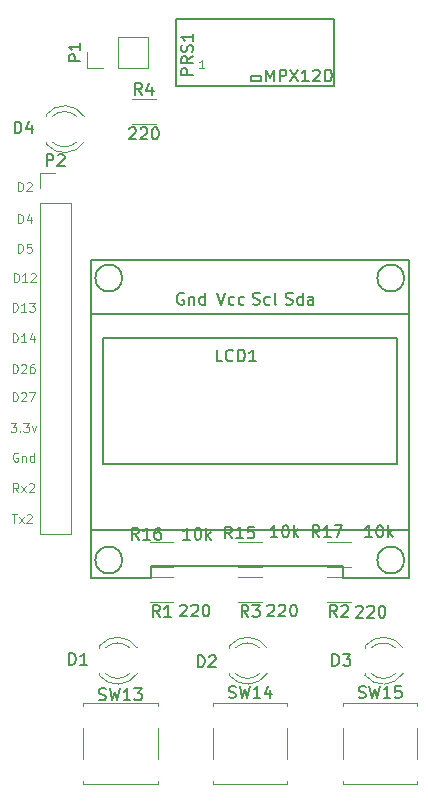
<source format=gto>
G04 #@! TF.FileFunction,Legend,Top*
%FSLAX46Y46*%
G04 Gerber Fmt 4.6, Leading zero omitted, Abs format (unit mm)*
G04 Created by KiCad (PCBNEW 4.0.4-stable) date 10/08/17 18:19:30*
%MOMM*%
%LPD*%
G01*
G04 APERTURE LIST*
%ADD10C,0.100000*%
%ADD11C,0.120000*%
%ADD12C,0.150000*%
G04 APERTURE END LIST*
D10*
X118346428Y-90239286D02*
X118346428Y-89489286D01*
X118525000Y-89489286D01*
X118632143Y-89525000D01*
X118703571Y-89596429D01*
X118739286Y-89667857D01*
X118775000Y-89810714D01*
X118775000Y-89917857D01*
X118739286Y-90060714D01*
X118703571Y-90132143D01*
X118632143Y-90203571D01*
X118525000Y-90239286D01*
X118346428Y-90239286D01*
X119060714Y-89560714D02*
X119096428Y-89525000D01*
X119167857Y-89489286D01*
X119346428Y-89489286D01*
X119417857Y-89525000D01*
X119453571Y-89560714D01*
X119489286Y-89632143D01*
X119489286Y-89703571D01*
X119453571Y-89810714D01*
X119025000Y-90239286D01*
X119489286Y-90239286D01*
X118346428Y-92939286D02*
X118346428Y-92189286D01*
X118525000Y-92189286D01*
X118632143Y-92225000D01*
X118703571Y-92296429D01*
X118739286Y-92367857D01*
X118775000Y-92510714D01*
X118775000Y-92617857D01*
X118739286Y-92760714D01*
X118703571Y-92832143D01*
X118632143Y-92903571D01*
X118525000Y-92939286D01*
X118346428Y-92939286D01*
X119417857Y-92439286D02*
X119417857Y-92939286D01*
X119239286Y-92153571D02*
X119060714Y-92689286D01*
X119525000Y-92689286D01*
X118346428Y-95439286D02*
X118346428Y-94689286D01*
X118525000Y-94689286D01*
X118632143Y-94725000D01*
X118703571Y-94796429D01*
X118739286Y-94867857D01*
X118775000Y-95010714D01*
X118775000Y-95117857D01*
X118739286Y-95260714D01*
X118703571Y-95332143D01*
X118632143Y-95403571D01*
X118525000Y-95439286D01*
X118346428Y-95439286D01*
X119453571Y-94689286D02*
X119096428Y-94689286D01*
X119060714Y-95046429D01*
X119096428Y-95010714D01*
X119167857Y-94975000D01*
X119346428Y-94975000D01*
X119417857Y-95010714D01*
X119453571Y-95046429D01*
X119489286Y-95117857D01*
X119489286Y-95296429D01*
X119453571Y-95367857D01*
X119417857Y-95403571D01*
X119346428Y-95439286D01*
X119167857Y-95439286D01*
X119096428Y-95403571D01*
X119060714Y-95367857D01*
X117989285Y-97939286D02*
X117989285Y-97189286D01*
X118167857Y-97189286D01*
X118275000Y-97225000D01*
X118346428Y-97296429D01*
X118382143Y-97367857D01*
X118417857Y-97510714D01*
X118417857Y-97617857D01*
X118382143Y-97760714D01*
X118346428Y-97832143D01*
X118275000Y-97903571D01*
X118167857Y-97939286D01*
X117989285Y-97939286D01*
X119132143Y-97939286D02*
X118703571Y-97939286D01*
X118917857Y-97939286D02*
X118917857Y-97189286D01*
X118846428Y-97296429D01*
X118775000Y-97367857D01*
X118703571Y-97403571D01*
X119417857Y-97260714D02*
X119453571Y-97225000D01*
X119525000Y-97189286D01*
X119703571Y-97189286D01*
X119775000Y-97225000D01*
X119810714Y-97260714D01*
X119846429Y-97332143D01*
X119846429Y-97403571D01*
X119810714Y-97510714D01*
X119382143Y-97939286D01*
X119846429Y-97939286D01*
X117889285Y-100439286D02*
X117889285Y-99689286D01*
X118067857Y-99689286D01*
X118175000Y-99725000D01*
X118246428Y-99796429D01*
X118282143Y-99867857D01*
X118317857Y-100010714D01*
X118317857Y-100117857D01*
X118282143Y-100260714D01*
X118246428Y-100332143D01*
X118175000Y-100403571D01*
X118067857Y-100439286D01*
X117889285Y-100439286D01*
X119032143Y-100439286D02*
X118603571Y-100439286D01*
X118817857Y-100439286D02*
X118817857Y-99689286D01*
X118746428Y-99796429D01*
X118675000Y-99867857D01*
X118603571Y-99903571D01*
X119282143Y-99689286D02*
X119746429Y-99689286D01*
X119496429Y-99975000D01*
X119603571Y-99975000D01*
X119675000Y-100010714D01*
X119710714Y-100046429D01*
X119746429Y-100117857D01*
X119746429Y-100296429D01*
X119710714Y-100367857D01*
X119675000Y-100403571D01*
X119603571Y-100439286D01*
X119389286Y-100439286D01*
X119317857Y-100403571D01*
X119282143Y-100367857D01*
X117889285Y-103039286D02*
X117889285Y-102289286D01*
X118067857Y-102289286D01*
X118175000Y-102325000D01*
X118246428Y-102396429D01*
X118282143Y-102467857D01*
X118317857Y-102610714D01*
X118317857Y-102717857D01*
X118282143Y-102860714D01*
X118246428Y-102932143D01*
X118175000Y-103003571D01*
X118067857Y-103039286D01*
X117889285Y-103039286D01*
X119032143Y-103039286D02*
X118603571Y-103039286D01*
X118817857Y-103039286D02*
X118817857Y-102289286D01*
X118746428Y-102396429D01*
X118675000Y-102467857D01*
X118603571Y-102503571D01*
X119675000Y-102539286D02*
X119675000Y-103039286D01*
X119496429Y-102253571D02*
X119317857Y-102789286D01*
X119782143Y-102789286D01*
X117889285Y-105639286D02*
X117889285Y-104889286D01*
X118067857Y-104889286D01*
X118175000Y-104925000D01*
X118246428Y-104996429D01*
X118282143Y-105067857D01*
X118317857Y-105210714D01*
X118317857Y-105317857D01*
X118282143Y-105460714D01*
X118246428Y-105532143D01*
X118175000Y-105603571D01*
X118067857Y-105639286D01*
X117889285Y-105639286D01*
X118603571Y-104960714D02*
X118639285Y-104925000D01*
X118710714Y-104889286D01*
X118889285Y-104889286D01*
X118960714Y-104925000D01*
X118996428Y-104960714D01*
X119032143Y-105032143D01*
X119032143Y-105103571D01*
X118996428Y-105210714D01*
X118567857Y-105639286D01*
X119032143Y-105639286D01*
X119675000Y-104889286D02*
X119532143Y-104889286D01*
X119460714Y-104925000D01*
X119425000Y-104960714D01*
X119353571Y-105067857D01*
X119317857Y-105210714D01*
X119317857Y-105496429D01*
X119353571Y-105567857D01*
X119389286Y-105603571D01*
X119460714Y-105639286D01*
X119603571Y-105639286D01*
X119675000Y-105603571D01*
X119710714Y-105567857D01*
X119746429Y-105496429D01*
X119746429Y-105317857D01*
X119710714Y-105246429D01*
X119675000Y-105210714D01*
X119603571Y-105175000D01*
X119460714Y-105175000D01*
X119389286Y-105210714D01*
X119353571Y-105246429D01*
X119317857Y-105317857D01*
X117889285Y-108039286D02*
X117889285Y-107289286D01*
X118067857Y-107289286D01*
X118175000Y-107325000D01*
X118246428Y-107396429D01*
X118282143Y-107467857D01*
X118317857Y-107610714D01*
X118317857Y-107717857D01*
X118282143Y-107860714D01*
X118246428Y-107932143D01*
X118175000Y-108003571D01*
X118067857Y-108039286D01*
X117889285Y-108039286D01*
X118603571Y-107360714D02*
X118639285Y-107325000D01*
X118710714Y-107289286D01*
X118889285Y-107289286D01*
X118960714Y-107325000D01*
X118996428Y-107360714D01*
X119032143Y-107432143D01*
X119032143Y-107503571D01*
X118996428Y-107610714D01*
X118567857Y-108039286D01*
X119032143Y-108039286D01*
X119282143Y-107289286D02*
X119782143Y-107289286D01*
X119460714Y-108039286D01*
X117728571Y-109889286D02*
X118192857Y-109889286D01*
X117942857Y-110175000D01*
X118049999Y-110175000D01*
X118121428Y-110210714D01*
X118157142Y-110246429D01*
X118192857Y-110317857D01*
X118192857Y-110496429D01*
X118157142Y-110567857D01*
X118121428Y-110603571D01*
X118049999Y-110639286D01*
X117835714Y-110639286D01*
X117764285Y-110603571D01*
X117728571Y-110567857D01*
X118514285Y-110567857D02*
X118550000Y-110603571D01*
X118514285Y-110639286D01*
X118478571Y-110603571D01*
X118514285Y-110567857D01*
X118514285Y-110639286D01*
X118800000Y-109889286D02*
X119264286Y-109889286D01*
X119014286Y-110175000D01*
X119121428Y-110175000D01*
X119192857Y-110210714D01*
X119228571Y-110246429D01*
X119264286Y-110317857D01*
X119264286Y-110496429D01*
X119228571Y-110567857D01*
X119192857Y-110603571D01*
X119121428Y-110639286D01*
X118907143Y-110639286D01*
X118835714Y-110603571D01*
X118800000Y-110567857D01*
X119514286Y-110139286D02*
X119692857Y-110639286D01*
X119871429Y-110139286D01*
X118317858Y-112425000D02*
X118246429Y-112389286D01*
X118139286Y-112389286D01*
X118032143Y-112425000D01*
X117960715Y-112496429D01*
X117925000Y-112567857D01*
X117889286Y-112710714D01*
X117889286Y-112817857D01*
X117925000Y-112960714D01*
X117960715Y-113032143D01*
X118032143Y-113103571D01*
X118139286Y-113139286D01*
X118210715Y-113139286D01*
X118317858Y-113103571D01*
X118353572Y-113067857D01*
X118353572Y-112817857D01*
X118210715Y-112817857D01*
X118675000Y-112639286D02*
X118675000Y-113139286D01*
X118675000Y-112710714D02*
X118710715Y-112675000D01*
X118782143Y-112639286D01*
X118889286Y-112639286D01*
X118960715Y-112675000D01*
X118996429Y-112746429D01*
X118996429Y-113139286D01*
X119675000Y-113139286D02*
X119675000Y-112389286D01*
X119675000Y-113103571D02*
X119603571Y-113139286D01*
X119460714Y-113139286D01*
X119389286Y-113103571D01*
X119353571Y-113067857D01*
X119317857Y-112996429D01*
X119317857Y-112782143D01*
X119353571Y-112710714D01*
X119389286Y-112675000D01*
X119460714Y-112639286D01*
X119603571Y-112639286D01*
X119675000Y-112675000D01*
X118371429Y-115739286D02*
X118121429Y-115382143D01*
X117942857Y-115739286D02*
X117942857Y-114989286D01*
X118228572Y-114989286D01*
X118300000Y-115025000D01*
X118335715Y-115060714D01*
X118371429Y-115132143D01*
X118371429Y-115239286D01*
X118335715Y-115310714D01*
X118300000Y-115346429D01*
X118228572Y-115382143D01*
X117942857Y-115382143D01*
X118621429Y-115739286D02*
X119014286Y-115239286D01*
X118621429Y-115239286D02*
X119014286Y-115739286D01*
X119264286Y-115060714D02*
X119300000Y-115025000D01*
X119371429Y-114989286D01*
X119550000Y-114989286D01*
X119621429Y-115025000D01*
X119657143Y-115060714D01*
X119692858Y-115132143D01*
X119692858Y-115203571D01*
X119657143Y-115310714D01*
X119228572Y-115739286D01*
X119692858Y-115739286D01*
X117825000Y-117589286D02*
X118253571Y-117589286D01*
X118039285Y-118339286D02*
X118039285Y-117589286D01*
X118432143Y-118339286D02*
X118825000Y-117839286D01*
X118432143Y-117839286D02*
X118825000Y-118339286D01*
X119075000Y-117660714D02*
X119110714Y-117625000D01*
X119182143Y-117589286D01*
X119360714Y-117589286D01*
X119432143Y-117625000D01*
X119467857Y-117660714D01*
X119503572Y-117732143D01*
X119503572Y-117803571D01*
X119467857Y-117910714D01*
X119039286Y-118339286D01*
X119503572Y-118339286D01*
D11*
X128442335Y-128921392D02*
G75*
G03X125210000Y-128764484I-1672335J-1078608D01*
G01*
X128442335Y-131078608D02*
G75*
G02X125210000Y-131235516I-1672335J1078608D01*
G01*
X127811130Y-128920163D02*
G75*
G03X125729039Y-128920000I-1041130J-1079837D01*
G01*
X127811130Y-131079837D02*
G75*
G02X125729039Y-131080000I-1041130J1079837D01*
G01*
X125210000Y-128764000D02*
X125210000Y-128920000D01*
X125210000Y-131080000D02*
X125210000Y-131236000D01*
X139442335Y-128921392D02*
G75*
G03X136210000Y-128764484I-1672335J-1078608D01*
G01*
X139442335Y-131078608D02*
G75*
G02X136210000Y-131235516I-1672335J1078608D01*
G01*
X138811130Y-128920163D02*
G75*
G03X136729039Y-128920000I-1041130J-1079837D01*
G01*
X138811130Y-131079837D02*
G75*
G02X136729039Y-131080000I-1041130J1079837D01*
G01*
X136210000Y-128764000D02*
X136210000Y-128920000D01*
X136210000Y-131080000D02*
X136210000Y-131236000D01*
X150942335Y-128921392D02*
G75*
G03X147710000Y-128764484I-1672335J-1078608D01*
G01*
X150942335Y-131078608D02*
G75*
G02X147710000Y-131235516I-1672335J1078608D01*
G01*
X150311130Y-128920163D02*
G75*
G03X148229039Y-128920000I-1041130J-1079837D01*
G01*
X150311130Y-131079837D02*
G75*
G02X148229039Y-131080000I-1041130J1079837D01*
G01*
X147710000Y-128764000D02*
X147710000Y-128920000D01*
X147710000Y-131080000D02*
X147710000Y-131236000D01*
X123942335Y-83921392D02*
G75*
G03X120710000Y-83764484I-1672335J-1078608D01*
G01*
X123942335Y-86078608D02*
G75*
G02X120710000Y-86235516I-1672335J1078608D01*
G01*
X123311130Y-83920163D02*
G75*
G03X121229039Y-83920000I-1041130J-1079837D01*
G01*
X123311130Y-86079837D02*
G75*
G02X121229039Y-86080000I-1041130J1079837D01*
G01*
X120710000Y-83764000D02*
X120710000Y-83920000D01*
X120710000Y-86080000D02*
X120710000Y-86236000D01*
D12*
X145836000Y-123000000D02*
X151424000Y-123000000D01*
X124500000Y-123000000D02*
X129580000Y-123000000D01*
X129580000Y-123000000D02*
X129580000Y-121984000D01*
X129580000Y-121984000D02*
X145836000Y-121984000D01*
X145836000Y-121984000D02*
X145836000Y-123000000D01*
X125516000Y-102680000D02*
X150408000Y-102680000D01*
X150408000Y-102680000D02*
X150408000Y-113348000D01*
X150408000Y-113348000D02*
X125516000Y-113348000D01*
X125516000Y-113348000D02*
X125516000Y-102680000D01*
X124500000Y-100648000D02*
X151424000Y-100648000D01*
X151424000Y-100648000D02*
X151424000Y-118936000D01*
X151424000Y-118936000D02*
X124500000Y-118936000D01*
X124500000Y-118936000D02*
X124500000Y-100648000D01*
X151035923Y-121476000D02*
G75*
G03X151035923Y-121476000I-1135923J0D01*
G01*
X127159923Y-121476000D02*
G75*
G03X127159923Y-121476000I-1135923J0D01*
G01*
X127159923Y-97600000D02*
G75*
G03X127159923Y-97600000I-1135923J0D01*
G01*
X151035923Y-97600000D02*
G75*
G03X151035923Y-97600000I-1135923J0D01*
G01*
X124500000Y-123000000D02*
X124500000Y-96076000D01*
X124500000Y-96076000D02*
X151424000Y-96076000D01*
X151424000Y-96076000D02*
X151424000Y-123000000D01*
D11*
X129500000Y-122930000D02*
X131500000Y-122930000D01*
X131500000Y-125070000D02*
X129500000Y-125070000D01*
X144500000Y-122930000D02*
X146500000Y-122930000D01*
X146500000Y-125070000D02*
X144500000Y-125070000D01*
X137000000Y-122930000D02*
X139000000Y-122930000D01*
X139000000Y-125070000D02*
X137000000Y-125070000D01*
X130000000Y-84570000D02*
X128000000Y-84570000D01*
X128000000Y-82430000D02*
X130000000Y-82430000D01*
X139000000Y-122070000D02*
X137000000Y-122070000D01*
X137000000Y-119930000D02*
X139000000Y-119930000D01*
X129500000Y-119930000D02*
X131500000Y-119930000D01*
X131500000Y-122070000D02*
X129500000Y-122070000D01*
X146500000Y-122070000D02*
X144500000Y-122070000D01*
X144500000Y-119930000D02*
X146500000Y-119930000D01*
X123850000Y-133800000D02*
X123850000Y-133550000D01*
X123850000Y-133550000D02*
X130150000Y-133550000D01*
X130150000Y-133550000D02*
X130150000Y-133800000D01*
X123850000Y-138300000D02*
X123850000Y-135700000D01*
X130150000Y-140200000D02*
X130150000Y-140450000D01*
X130150000Y-140450000D02*
X123850000Y-140450000D01*
X123850000Y-140450000D02*
X123850000Y-140200000D01*
X130150000Y-135700000D02*
X130150000Y-138300000D01*
X134850000Y-133800000D02*
X134850000Y-133550000D01*
X134850000Y-133550000D02*
X141150000Y-133550000D01*
X141150000Y-133550000D02*
X141150000Y-133800000D01*
X134850000Y-138300000D02*
X134850000Y-135700000D01*
X141150000Y-140200000D02*
X141150000Y-140450000D01*
X141150000Y-140450000D02*
X134850000Y-140450000D01*
X134850000Y-140450000D02*
X134850000Y-140200000D01*
X141150000Y-135700000D02*
X141150000Y-138300000D01*
X145850000Y-133800000D02*
X145850000Y-133550000D01*
X145850000Y-133550000D02*
X152150000Y-133550000D01*
X152150000Y-133550000D02*
X152150000Y-133800000D01*
X145850000Y-138300000D02*
X145850000Y-135700000D01*
X152150000Y-140200000D02*
X152150000Y-140450000D01*
X152150000Y-140450000D02*
X145850000Y-140450000D01*
X145850000Y-140450000D02*
X145850000Y-140200000D01*
X152150000Y-135700000D02*
X152150000Y-138300000D01*
D12*
X138100000Y-80500000D02*
X138900000Y-80500000D01*
X138900000Y-80500000D02*
X138900000Y-80900000D01*
X138900000Y-80900000D02*
X138100000Y-80900000D01*
X138100000Y-80900000D02*
X138100000Y-80500000D01*
X133500000Y-75700000D02*
X145100000Y-75700000D01*
X145100000Y-75700000D02*
X145100000Y-81300000D01*
X145100000Y-81300000D02*
X131700000Y-81300000D01*
X131700000Y-81300000D02*
X131700000Y-75700000D01*
X131700000Y-75700000D02*
X133500000Y-75700000D01*
D11*
X120170000Y-91270000D02*
X120170000Y-119270000D01*
X120170000Y-119270000D02*
X122830000Y-119270000D01*
X122830000Y-119270000D02*
X122830000Y-91270000D01*
X122830000Y-91270000D02*
X120170000Y-91270000D01*
X120170000Y-90000000D02*
X120170000Y-88670000D01*
X120170000Y-88670000D02*
X121500000Y-88670000D01*
X126770000Y-79830000D02*
X129370000Y-79830000D01*
X129370000Y-79830000D02*
X129370000Y-77170000D01*
X129370000Y-77170000D02*
X126770000Y-77170000D01*
X126770000Y-77170000D02*
X126770000Y-79830000D01*
X125500000Y-79830000D02*
X124170000Y-79830000D01*
X124170000Y-79830000D02*
X124170000Y-78500000D01*
D12*
X122661905Y-130352381D02*
X122661905Y-129352381D01*
X122900000Y-129352381D01*
X123042858Y-129400000D01*
X123138096Y-129495238D01*
X123185715Y-129590476D01*
X123233334Y-129780952D01*
X123233334Y-129923810D01*
X123185715Y-130114286D01*
X123138096Y-130209524D01*
X123042858Y-130304762D01*
X122900000Y-130352381D01*
X122661905Y-130352381D01*
X124185715Y-130352381D02*
X123614286Y-130352381D01*
X123900000Y-130352381D02*
X123900000Y-129352381D01*
X123804762Y-129495238D01*
X123709524Y-129590476D01*
X123614286Y-129638095D01*
X133561905Y-130552381D02*
X133561905Y-129552381D01*
X133800000Y-129552381D01*
X133942858Y-129600000D01*
X134038096Y-129695238D01*
X134085715Y-129790476D01*
X134133334Y-129980952D01*
X134133334Y-130123810D01*
X134085715Y-130314286D01*
X134038096Y-130409524D01*
X133942858Y-130504762D01*
X133800000Y-130552381D01*
X133561905Y-130552381D01*
X134514286Y-129647619D02*
X134561905Y-129600000D01*
X134657143Y-129552381D01*
X134895239Y-129552381D01*
X134990477Y-129600000D01*
X135038096Y-129647619D01*
X135085715Y-129742857D01*
X135085715Y-129838095D01*
X135038096Y-129980952D01*
X134466667Y-130552381D01*
X135085715Y-130552381D01*
X144961905Y-130452381D02*
X144961905Y-129452381D01*
X145200000Y-129452381D01*
X145342858Y-129500000D01*
X145438096Y-129595238D01*
X145485715Y-129690476D01*
X145533334Y-129880952D01*
X145533334Y-130023810D01*
X145485715Y-130214286D01*
X145438096Y-130309524D01*
X145342858Y-130404762D01*
X145200000Y-130452381D01*
X144961905Y-130452381D01*
X145866667Y-129452381D02*
X146485715Y-129452381D01*
X146152381Y-129833333D01*
X146295239Y-129833333D01*
X146390477Y-129880952D01*
X146438096Y-129928571D01*
X146485715Y-130023810D01*
X146485715Y-130261905D01*
X146438096Y-130357143D01*
X146390477Y-130404762D01*
X146295239Y-130452381D01*
X146009524Y-130452381D01*
X145914286Y-130404762D01*
X145866667Y-130357143D01*
X118061905Y-85352381D02*
X118061905Y-84352381D01*
X118300000Y-84352381D01*
X118442858Y-84400000D01*
X118538096Y-84495238D01*
X118585715Y-84590476D01*
X118633334Y-84780952D01*
X118633334Y-84923810D01*
X118585715Y-85114286D01*
X118538096Y-85209524D01*
X118442858Y-85304762D01*
X118300000Y-85352381D01*
X118061905Y-85352381D01*
X119490477Y-84685714D02*
X119490477Y-85352381D01*
X119252381Y-84304762D02*
X119014286Y-85019048D01*
X119633334Y-85019048D01*
X135633334Y-104652381D02*
X135157143Y-104652381D01*
X135157143Y-103652381D01*
X136538096Y-104557143D02*
X136490477Y-104604762D01*
X136347620Y-104652381D01*
X136252382Y-104652381D01*
X136109524Y-104604762D01*
X136014286Y-104509524D01*
X135966667Y-104414286D01*
X135919048Y-104223810D01*
X135919048Y-104080952D01*
X135966667Y-103890476D01*
X136014286Y-103795238D01*
X136109524Y-103700000D01*
X136252382Y-103652381D01*
X136347620Y-103652381D01*
X136490477Y-103700000D01*
X136538096Y-103747619D01*
X136966667Y-104652381D02*
X136966667Y-103652381D01*
X137204762Y-103652381D01*
X137347620Y-103700000D01*
X137442858Y-103795238D01*
X137490477Y-103890476D01*
X137538096Y-104080952D01*
X137538096Y-104223810D01*
X137490477Y-104414286D01*
X137442858Y-104509524D01*
X137347620Y-104604762D01*
X137204762Y-104652381D01*
X136966667Y-104652381D01*
X138490477Y-104652381D02*
X137919048Y-104652381D01*
X138204762Y-104652381D02*
X138204762Y-103652381D01*
X138109524Y-103795238D01*
X138014286Y-103890476D01*
X137919048Y-103938095D01*
X141009524Y-99804762D02*
X141152381Y-99852381D01*
X141390477Y-99852381D01*
X141485715Y-99804762D01*
X141533334Y-99757143D01*
X141580953Y-99661905D01*
X141580953Y-99566667D01*
X141533334Y-99471429D01*
X141485715Y-99423810D01*
X141390477Y-99376190D01*
X141200000Y-99328571D01*
X141104762Y-99280952D01*
X141057143Y-99233333D01*
X141009524Y-99138095D01*
X141009524Y-99042857D01*
X141057143Y-98947619D01*
X141104762Y-98900000D01*
X141200000Y-98852381D01*
X141438096Y-98852381D01*
X141580953Y-98900000D01*
X142438096Y-99852381D02*
X142438096Y-98852381D01*
X142438096Y-99804762D02*
X142342858Y-99852381D01*
X142152381Y-99852381D01*
X142057143Y-99804762D01*
X142009524Y-99757143D01*
X141961905Y-99661905D01*
X141961905Y-99376190D01*
X142009524Y-99280952D01*
X142057143Y-99233333D01*
X142152381Y-99185714D01*
X142342858Y-99185714D01*
X142438096Y-99233333D01*
X143342858Y-99852381D02*
X143342858Y-99328571D01*
X143295239Y-99233333D01*
X143200001Y-99185714D01*
X143009524Y-99185714D01*
X142914286Y-99233333D01*
X143342858Y-99804762D02*
X143247620Y-99852381D01*
X143009524Y-99852381D01*
X142914286Y-99804762D01*
X142866667Y-99709524D01*
X142866667Y-99614286D01*
X142914286Y-99519048D01*
X143009524Y-99471429D01*
X143247620Y-99471429D01*
X143342858Y-99423810D01*
X138223809Y-99804762D02*
X138366666Y-99852381D01*
X138604762Y-99852381D01*
X138700000Y-99804762D01*
X138747619Y-99757143D01*
X138795238Y-99661905D01*
X138795238Y-99566667D01*
X138747619Y-99471429D01*
X138700000Y-99423810D01*
X138604762Y-99376190D01*
X138414285Y-99328571D01*
X138319047Y-99280952D01*
X138271428Y-99233333D01*
X138223809Y-99138095D01*
X138223809Y-99042857D01*
X138271428Y-98947619D01*
X138319047Y-98900000D01*
X138414285Y-98852381D01*
X138652381Y-98852381D01*
X138795238Y-98900000D01*
X139652381Y-99804762D02*
X139557143Y-99852381D01*
X139366666Y-99852381D01*
X139271428Y-99804762D01*
X139223809Y-99757143D01*
X139176190Y-99661905D01*
X139176190Y-99376190D01*
X139223809Y-99280952D01*
X139271428Y-99233333D01*
X139366666Y-99185714D01*
X139557143Y-99185714D01*
X139652381Y-99233333D01*
X140223809Y-99852381D02*
X140128571Y-99804762D01*
X140080952Y-99709524D01*
X140080952Y-98852381D01*
X135209524Y-98852381D02*
X135542857Y-99852381D01*
X135876191Y-98852381D01*
X136638096Y-99804762D02*
X136542858Y-99852381D01*
X136352381Y-99852381D01*
X136257143Y-99804762D01*
X136209524Y-99757143D01*
X136161905Y-99661905D01*
X136161905Y-99376190D01*
X136209524Y-99280952D01*
X136257143Y-99233333D01*
X136352381Y-99185714D01*
X136542858Y-99185714D01*
X136638096Y-99233333D01*
X137495239Y-99804762D02*
X137400001Y-99852381D01*
X137209524Y-99852381D01*
X137114286Y-99804762D01*
X137066667Y-99757143D01*
X137019048Y-99661905D01*
X137019048Y-99376190D01*
X137066667Y-99280952D01*
X137114286Y-99233333D01*
X137209524Y-99185714D01*
X137400001Y-99185714D01*
X137495239Y-99233333D01*
X132357143Y-98900000D02*
X132261905Y-98852381D01*
X132119048Y-98852381D01*
X131976190Y-98900000D01*
X131880952Y-98995238D01*
X131833333Y-99090476D01*
X131785714Y-99280952D01*
X131785714Y-99423810D01*
X131833333Y-99614286D01*
X131880952Y-99709524D01*
X131976190Y-99804762D01*
X132119048Y-99852381D01*
X132214286Y-99852381D01*
X132357143Y-99804762D01*
X132404762Y-99757143D01*
X132404762Y-99423810D01*
X132214286Y-99423810D01*
X132833333Y-99185714D02*
X132833333Y-99852381D01*
X132833333Y-99280952D02*
X132880952Y-99233333D01*
X132976190Y-99185714D01*
X133119048Y-99185714D01*
X133214286Y-99233333D01*
X133261905Y-99328571D01*
X133261905Y-99852381D01*
X134166667Y-99852381D02*
X134166667Y-98852381D01*
X134166667Y-99804762D02*
X134071429Y-99852381D01*
X133880952Y-99852381D01*
X133785714Y-99804762D01*
X133738095Y-99757143D01*
X133690476Y-99661905D01*
X133690476Y-99376190D01*
X133738095Y-99280952D01*
X133785714Y-99233333D01*
X133880952Y-99185714D01*
X134071429Y-99185714D01*
X134166667Y-99233333D01*
X130333334Y-126302381D02*
X130000000Y-125826190D01*
X129761905Y-126302381D02*
X129761905Y-125302381D01*
X130142858Y-125302381D01*
X130238096Y-125350000D01*
X130285715Y-125397619D01*
X130333334Y-125492857D01*
X130333334Y-125635714D01*
X130285715Y-125730952D01*
X130238096Y-125778571D01*
X130142858Y-125826190D01*
X129761905Y-125826190D01*
X131285715Y-126302381D02*
X130714286Y-126302381D01*
X131000000Y-126302381D02*
X131000000Y-125302381D01*
X130904762Y-125445238D01*
X130809524Y-125540476D01*
X130714286Y-125588095D01*
X132061905Y-125347619D02*
X132109524Y-125300000D01*
X132204762Y-125252381D01*
X132442858Y-125252381D01*
X132538096Y-125300000D01*
X132585715Y-125347619D01*
X132633334Y-125442857D01*
X132633334Y-125538095D01*
X132585715Y-125680952D01*
X132014286Y-126252381D01*
X132633334Y-126252381D01*
X133014286Y-125347619D02*
X133061905Y-125300000D01*
X133157143Y-125252381D01*
X133395239Y-125252381D01*
X133490477Y-125300000D01*
X133538096Y-125347619D01*
X133585715Y-125442857D01*
X133585715Y-125538095D01*
X133538096Y-125680952D01*
X132966667Y-126252381D01*
X133585715Y-126252381D01*
X134204762Y-125252381D02*
X134300001Y-125252381D01*
X134395239Y-125300000D01*
X134442858Y-125347619D01*
X134490477Y-125442857D01*
X134538096Y-125633333D01*
X134538096Y-125871429D01*
X134490477Y-126061905D01*
X134442858Y-126157143D01*
X134395239Y-126204762D01*
X134300001Y-126252381D01*
X134204762Y-126252381D01*
X134109524Y-126204762D01*
X134061905Y-126157143D01*
X134014286Y-126061905D01*
X133966667Y-125871429D01*
X133966667Y-125633333D01*
X134014286Y-125442857D01*
X134061905Y-125347619D01*
X134109524Y-125300000D01*
X134204762Y-125252381D01*
X145333334Y-126302381D02*
X145000000Y-125826190D01*
X144761905Y-126302381D02*
X144761905Y-125302381D01*
X145142858Y-125302381D01*
X145238096Y-125350000D01*
X145285715Y-125397619D01*
X145333334Y-125492857D01*
X145333334Y-125635714D01*
X145285715Y-125730952D01*
X145238096Y-125778571D01*
X145142858Y-125826190D01*
X144761905Y-125826190D01*
X145714286Y-125397619D02*
X145761905Y-125350000D01*
X145857143Y-125302381D01*
X146095239Y-125302381D01*
X146190477Y-125350000D01*
X146238096Y-125397619D01*
X146285715Y-125492857D01*
X146285715Y-125588095D01*
X146238096Y-125730952D01*
X145666667Y-126302381D01*
X146285715Y-126302381D01*
X146961905Y-125447619D02*
X147009524Y-125400000D01*
X147104762Y-125352381D01*
X147342858Y-125352381D01*
X147438096Y-125400000D01*
X147485715Y-125447619D01*
X147533334Y-125542857D01*
X147533334Y-125638095D01*
X147485715Y-125780952D01*
X146914286Y-126352381D01*
X147533334Y-126352381D01*
X147914286Y-125447619D02*
X147961905Y-125400000D01*
X148057143Y-125352381D01*
X148295239Y-125352381D01*
X148390477Y-125400000D01*
X148438096Y-125447619D01*
X148485715Y-125542857D01*
X148485715Y-125638095D01*
X148438096Y-125780952D01*
X147866667Y-126352381D01*
X148485715Y-126352381D01*
X149104762Y-125352381D02*
X149200001Y-125352381D01*
X149295239Y-125400000D01*
X149342858Y-125447619D01*
X149390477Y-125542857D01*
X149438096Y-125733333D01*
X149438096Y-125971429D01*
X149390477Y-126161905D01*
X149342858Y-126257143D01*
X149295239Y-126304762D01*
X149200001Y-126352381D01*
X149104762Y-126352381D01*
X149009524Y-126304762D01*
X148961905Y-126257143D01*
X148914286Y-126161905D01*
X148866667Y-125971429D01*
X148866667Y-125733333D01*
X148914286Y-125542857D01*
X148961905Y-125447619D01*
X149009524Y-125400000D01*
X149104762Y-125352381D01*
X137833334Y-126302381D02*
X137500000Y-125826190D01*
X137261905Y-126302381D02*
X137261905Y-125302381D01*
X137642858Y-125302381D01*
X137738096Y-125350000D01*
X137785715Y-125397619D01*
X137833334Y-125492857D01*
X137833334Y-125635714D01*
X137785715Y-125730952D01*
X137738096Y-125778571D01*
X137642858Y-125826190D01*
X137261905Y-125826190D01*
X138166667Y-125302381D02*
X138785715Y-125302381D01*
X138452381Y-125683333D01*
X138595239Y-125683333D01*
X138690477Y-125730952D01*
X138738096Y-125778571D01*
X138785715Y-125873810D01*
X138785715Y-126111905D01*
X138738096Y-126207143D01*
X138690477Y-126254762D01*
X138595239Y-126302381D01*
X138309524Y-126302381D01*
X138214286Y-126254762D01*
X138166667Y-126207143D01*
X139461905Y-125347619D02*
X139509524Y-125300000D01*
X139604762Y-125252381D01*
X139842858Y-125252381D01*
X139938096Y-125300000D01*
X139985715Y-125347619D01*
X140033334Y-125442857D01*
X140033334Y-125538095D01*
X139985715Y-125680952D01*
X139414286Y-126252381D01*
X140033334Y-126252381D01*
X140414286Y-125347619D02*
X140461905Y-125300000D01*
X140557143Y-125252381D01*
X140795239Y-125252381D01*
X140890477Y-125300000D01*
X140938096Y-125347619D01*
X140985715Y-125442857D01*
X140985715Y-125538095D01*
X140938096Y-125680952D01*
X140366667Y-126252381D01*
X140985715Y-126252381D01*
X141604762Y-125252381D02*
X141700001Y-125252381D01*
X141795239Y-125300000D01*
X141842858Y-125347619D01*
X141890477Y-125442857D01*
X141938096Y-125633333D01*
X141938096Y-125871429D01*
X141890477Y-126061905D01*
X141842858Y-126157143D01*
X141795239Y-126204762D01*
X141700001Y-126252381D01*
X141604762Y-126252381D01*
X141509524Y-126204762D01*
X141461905Y-126157143D01*
X141414286Y-126061905D01*
X141366667Y-125871429D01*
X141366667Y-125633333D01*
X141414286Y-125442857D01*
X141461905Y-125347619D01*
X141509524Y-125300000D01*
X141604762Y-125252381D01*
X128833334Y-82102381D02*
X128500000Y-81626190D01*
X128261905Y-82102381D02*
X128261905Y-81102381D01*
X128642858Y-81102381D01*
X128738096Y-81150000D01*
X128785715Y-81197619D01*
X128833334Y-81292857D01*
X128833334Y-81435714D01*
X128785715Y-81530952D01*
X128738096Y-81578571D01*
X128642858Y-81626190D01*
X128261905Y-81626190D01*
X129690477Y-81435714D02*
X129690477Y-82102381D01*
X129452381Y-81054762D02*
X129214286Y-81769048D01*
X129833334Y-81769048D01*
X127761905Y-84947619D02*
X127809524Y-84900000D01*
X127904762Y-84852381D01*
X128142858Y-84852381D01*
X128238096Y-84900000D01*
X128285715Y-84947619D01*
X128333334Y-85042857D01*
X128333334Y-85138095D01*
X128285715Y-85280952D01*
X127714286Y-85852381D01*
X128333334Y-85852381D01*
X128714286Y-84947619D02*
X128761905Y-84900000D01*
X128857143Y-84852381D01*
X129095239Y-84852381D01*
X129190477Y-84900000D01*
X129238096Y-84947619D01*
X129285715Y-85042857D01*
X129285715Y-85138095D01*
X129238096Y-85280952D01*
X128666667Y-85852381D01*
X129285715Y-85852381D01*
X129904762Y-84852381D02*
X130000001Y-84852381D01*
X130095239Y-84900000D01*
X130142858Y-84947619D01*
X130190477Y-85042857D01*
X130238096Y-85233333D01*
X130238096Y-85471429D01*
X130190477Y-85661905D01*
X130142858Y-85757143D01*
X130095239Y-85804762D01*
X130000001Y-85852381D01*
X129904762Y-85852381D01*
X129809524Y-85804762D01*
X129761905Y-85757143D01*
X129714286Y-85661905D01*
X129666667Y-85471429D01*
X129666667Y-85233333D01*
X129714286Y-85042857D01*
X129761905Y-84947619D01*
X129809524Y-84900000D01*
X129904762Y-84852381D01*
X136457143Y-119652381D02*
X136123809Y-119176190D01*
X135885714Y-119652381D02*
X135885714Y-118652381D01*
X136266667Y-118652381D01*
X136361905Y-118700000D01*
X136409524Y-118747619D01*
X136457143Y-118842857D01*
X136457143Y-118985714D01*
X136409524Y-119080952D01*
X136361905Y-119128571D01*
X136266667Y-119176190D01*
X135885714Y-119176190D01*
X137409524Y-119652381D02*
X136838095Y-119652381D01*
X137123809Y-119652381D02*
X137123809Y-118652381D01*
X137028571Y-118795238D01*
X136933333Y-118890476D01*
X136838095Y-118938095D01*
X138314286Y-118652381D02*
X137838095Y-118652381D01*
X137790476Y-119128571D01*
X137838095Y-119080952D01*
X137933333Y-119033333D01*
X138171429Y-119033333D01*
X138266667Y-119080952D01*
X138314286Y-119128571D01*
X138361905Y-119223810D01*
X138361905Y-119461905D01*
X138314286Y-119557143D01*
X138266667Y-119604762D01*
X138171429Y-119652381D01*
X137933333Y-119652381D01*
X137838095Y-119604762D01*
X137790476Y-119557143D01*
X140304762Y-119552381D02*
X139733333Y-119552381D01*
X140019047Y-119552381D02*
X140019047Y-118552381D01*
X139923809Y-118695238D01*
X139828571Y-118790476D01*
X139733333Y-118838095D01*
X140923809Y-118552381D02*
X141019048Y-118552381D01*
X141114286Y-118600000D01*
X141161905Y-118647619D01*
X141209524Y-118742857D01*
X141257143Y-118933333D01*
X141257143Y-119171429D01*
X141209524Y-119361905D01*
X141161905Y-119457143D01*
X141114286Y-119504762D01*
X141019048Y-119552381D01*
X140923809Y-119552381D01*
X140828571Y-119504762D01*
X140780952Y-119457143D01*
X140733333Y-119361905D01*
X140685714Y-119171429D01*
X140685714Y-118933333D01*
X140733333Y-118742857D01*
X140780952Y-118647619D01*
X140828571Y-118600000D01*
X140923809Y-118552381D01*
X141685714Y-119552381D02*
X141685714Y-118552381D01*
X141780952Y-119171429D02*
X142066667Y-119552381D01*
X142066667Y-118885714D02*
X141685714Y-119266667D01*
X128557143Y-119752381D02*
X128223809Y-119276190D01*
X127985714Y-119752381D02*
X127985714Y-118752381D01*
X128366667Y-118752381D01*
X128461905Y-118800000D01*
X128509524Y-118847619D01*
X128557143Y-118942857D01*
X128557143Y-119085714D01*
X128509524Y-119180952D01*
X128461905Y-119228571D01*
X128366667Y-119276190D01*
X127985714Y-119276190D01*
X129509524Y-119752381D02*
X128938095Y-119752381D01*
X129223809Y-119752381D02*
X129223809Y-118752381D01*
X129128571Y-118895238D01*
X129033333Y-118990476D01*
X128938095Y-119038095D01*
X130366667Y-118752381D02*
X130176190Y-118752381D01*
X130080952Y-118800000D01*
X130033333Y-118847619D01*
X129938095Y-118990476D01*
X129890476Y-119180952D01*
X129890476Y-119561905D01*
X129938095Y-119657143D01*
X129985714Y-119704762D01*
X130080952Y-119752381D01*
X130271429Y-119752381D01*
X130366667Y-119704762D01*
X130414286Y-119657143D01*
X130461905Y-119561905D01*
X130461905Y-119323810D01*
X130414286Y-119228571D01*
X130366667Y-119180952D01*
X130271429Y-119133333D01*
X130080952Y-119133333D01*
X129985714Y-119180952D01*
X129938095Y-119228571D01*
X129890476Y-119323810D01*
X132904762Y-119752381D02*
X132333333Y-119752381D01*
X132619047Y-119752381D02*
X132619047Y-118752381D01*
X132523809Y-118895238D01*
X132428571Y-118990476D01*
X132333333Y-119038095D01*
X133523809Y-118752381D02*
X133619048Y-118752381D01*
X133714286Y-118800000D01*
X133761905Y-118847619D01*
X133809524Y-118942857D01*
X133857143Y-119133333D01*
X133857143Y-119371429D01*
X133809524Y-119561905D01*
X133761905Y-119657143D01*
X133714286Y-119704762D01*
X133619048Y-119752381D01*
X133523809Y-119752381D01*
X133428571Y-119704762D01*
X133380952Y-119657143D01*
X133333333Y-119561905D01*
X133285714Y-119371429D01*
X133285714Y-119133333D01*
X133333333Y-118942857D01*
X133380952Y-118847619D01*
X133428571Y-118800000D01*
X133523809Y-118752381D01*
X134285714Y-119752381D02*
X134285714Y-118752381D01*
X134380952Y-119371429D02*
X134666667Y-119752381D01*
X134666667Y-119085714D02*
X134285714Y-119466667D01*
X143857143Y-119552381D02*
X143523809Y-119076190D01*
X143285714Y-119552381D02*
X143285714Y-118552381D01*
X143666667Y-118552381D01*
X143761905Y-118600000D01*
X143809524Y-118647619D01*
X143857143Y-118742857D01*
X143857143Y-118885714D01*
X143809524Y-118980952D01*
X143761905Y-119028571D01*
X143666667Y-119076190D01*
X143285714Y-119076190D01*
X144809524Y-119552381D02*
X144238095Y-119552381D01*
X144523809Y-119552381D02*
X144523809Y-118552381D01*
X144428571Y-118695238D01*
X144333333Y-118790476D01*
X144238095Y-118838095D01*
X145142857Y-118552381D02*
X145809524Y-118552381D01*
X145380952Y-119552381D01*
X148304762Y-119552381D02*
X147733333Y-119552381D01*
X148019047Y-119552381D02*
X148019047Y-118552381D01*
X147923809Y-118695238D01*
X147828571Y-118790476D01*
X147733333Y-118838095D01*
X148923809Y-118552381D02*
X149019048Y-118552381D01*
X149114286Y-118600000D01*
X149161905Y-118647619D01*
X149209524Y-118742857D01*
X149257143Y-118933333D01*
X149257143Y-119171429D01*
X149209524Y-119361905D01*
X149161905Y-119457143D01*
X149114286Y-119504762D01*
X149019048Y-119552381D01*
X148923809Y-119552381D01*
X148828571Y-119504762D01*
X148780952Y-119457143D01*
X148733333Y-119361905D01*
X148685714Y-119171429D01*
X148685714Y-118933333D01*
X148733333Y-118742857D01*
X148780952Y-118647619D01*
X148828571Y-118600000D01*
X148923809Y-118552381D01*
X149685714Y-119552381D02*
X149685714Y-118552381D01*
X149780952Y-119171429D02*
X150066667Y-119552381D01*
X150066667Y-118885714D02*
X149685714Y-119266667D01*
X125190476Y-133304762D02*
X125333333Y-133352381D01*
X125571429Y-133352381D01*
X125666667Y-133304762D01*
X125714286Y-133257143D01*
X125761905Y-133161905D01*
X125761905Y-133066667D01*
X125714286Y-132971429D01*
X125666667Y-132923810D01*
X125571429Y-132876190D01*
X125380952Y-132828571D01*
X125285714Y-132780952D01*
X125238095Y-132733333D01*
X125190476Y-132638095D01*
X125190476Y-132542857D01*
X125238095Y-132447619D01*
X125285714Y-132400000D01*
X125380952Y-132352381D01*
X125619048Y-132352381D01*
X125761905Y-132400000D01*
X126095238Y-132352381D02*
X126333333Y-133352381D01*
X126523810Y-132638095D01*
X126714286Y-133352381D01*
X126952381Y-132352381D01*
X127857143Y-133352381D02*
X127285714Y-133352381D01*
X127571428Y-133352381D02*
X127571428Y-132352381D01*
X127476190Y-132495238D01*
X127380952Y-132590476D01*
X127285714Y-132638095D01*
X128190476Y-132352381D02*
X128809524Y-132352381D01*
X128476190Y-132733333D01*
X128619048Y-132733333D01*
X128714286Y-132780952D01*
X128761905Y-132828571D01*
X128809524Y-132923810D01*
X128809524Y-133161905D01*
X128761905Y-133257143D01*
X128714286Y-133304762D01*
X128619048Y-133352381D01*
X128333333Y-133352381D01*
X128238095Y-133304762D01*
X128190476Y-133257143D01*
X136190476Y-133104762D02*
X136333333Y-133152381D01*
X136571429Y-133152381D01*
X136666667Y-133104762D01*
X136714286Y-133057143D01*
X136761905Y-132961905D01*
X136761905Y-132866667D01*
X136714286Y-132771429D01*
X136666667Y-132723810D01*
X136571429Y-132676190D01*
X136380952Y-132628571D01*
X136285714Y-132580952D01*
X136238095Y-132533333D01*
X136190476Y-132438095D01*
X136190476Y-132342857D01*
X136238095Y-132247619D01*
X136285714Y-132200000D01*
X136380952Y-132152381D01*
X136619048Y-132152381D01*
X136761905Y-132200000D01*
X137095238Y-132152381D02*
X137333333Y-133152381D01*
X137523810Y-132438095D01*
X137714286Y-133152381D01*
X137952381Y-132152381D01*
X138857143Y-133152381D02*
X138285714Y-133152381D01*
X138571428Y-133152381D02*
X138571428Y-132152381D01*
X138476190Y-132295238D01*
X138380952Y-132390476D01*
X138285714Y-132438095D01*
X139714286Y-132485714D02*
X139714286Y-133152381D01*
X139476190Y-132104762D02*
X139238095Y-132819048D01*
X139857143Y-132819048D01*
X147190476Y-133104762D02*
X147333333Y-133152381D01*
X147571429Y-133152381D01*
X147666667Y-133104762D01*
X147714286Y-133057143D01*
X147761905Y-132961905D01*
X147761905Y-132866667D01*
X147714286Y-132771429D01*
X147666667Y-132723810D01*
X147571429Y-132676190D01*
X147380952Y-132628571D01*
X147285714Y-132580952D01*
X147238095Y-132533333D01*
X147190476Y-132438095D01*
X147190476Y-132342857D01*
X147238095Y-132247619D01*
X147285714Y-132200000D01*
X147380952Y-132152381D01*
X147619048Y-132152381D01*
X147761905Y-132200000D01*
X148095238Y-132152381D02*
X148333333Y-133152381D01*
X148523810Y-132438095D01*
X148714286Y-133152381D01*
X148952381Y-132152381D01*
X149857143Y-133152381D02*
X149285714Y-133152381D01*
X149571428Y-133152381D02*
X149571428Y-132152381D01*
X149476190Y-132295238D01*
X149380952Y-132390476D01*
X149285714Y-132438095D01*
X150761905Y-132152381D02*
X150285714Y-132152381D01*
X150238095Y-132628571D01*
X150285714Y-132580952D01*
X150380952Y-132533333D01*
X150619048Y-132533333D01*
X150714286Y-132580952D01*
X150761905Y-132628571D01*
X150809524Y-132723810D01*
X150809524Y-132961905D01*
X150761905Y-133057143D01*
X150714286Y-133104762D01*
X150619048Y-133152381D01*
X150380952Y-133152381D01*
X150285714Y-133104762D01*
X150238095Y-133057143D01*
X133152381Y-80414286D02*
X132152381Y-80414286D01*
X132152381Y-80033333D01*
X132200000Y-79938095D01*
X132247619Y-79890476D01*
X132342857Y-79842857D01*
X132485714Y-79842857D01*
X132580952Y-79890476D01*
X132628571Y-79938095D01*
X132676190Y-80033333D01*
X132676190Y-80414286D01*
X133152381Y-78842857D02*
X132676190Y-79176191D01*
X133152381Y-79414286D02*
X132152381Y-79414286D01*
X132152381Y-79033333D01*
X132200000Y-78938095D01*
X132247619Y-78890476D01*
X132342857Y-78842857D01*
X132485714Y-78842857D01*
X132580952Y-78890476D01*
X132628571Y-78938095D01*
X132676190Y-79033333D01*
X132676190Y-79414286D01*
X133104762Y-78461905D02*
X133152381Y-78319048D01*
X133152381Y-78080952D01*
X133104762Y-77985714D01*
X133057143Y-77938095D01*
X132961905Y-77890476D01*
X132866667Y-77890476D01*
X132771429Y-77938095D01*
X132723810Y-77985714D01*
X132676190Y-78080952D01*
X132628571Y-78271429D01*
X132580952Y-78366667D01*
X132533333Y-78414286D01*
X132438095Y-78461905D01*
X132342857Y-78461905D01*
X132247619Y-78414286D01*
X132200000Y-78366667D01*
X132152381Y-78271429D01*
X132152381Y-78033333D01*
X132200000Y-77890476D01*
X133152381Y-76938095D02*
X133152381Y-77509524D01*
X133152381Y-77223810D02*
X132152381Y-77223810D01*
X132295238Y-77319048D01*
X132390476Y-77414286D01*
X132438095Y-77509524D01*
X139338095Y-80952381D02*
X139338095Y-79952381D01*
X139671429Y-80666667D01*
X140004762Y-79952381D01*
X140004762Y-80952381D01*
X140480952Y-80952381D02*
X140480952Y-79952381D01*
X140861905Y-79952381D01*
X140957143Y-80000000D01*
X141004762Y-80047619D01*
X141052381Y-80142857D01*
X141052381Y-80285714D01*
X141004762Y-80380952D01*
X140957143Y-80428571D01*
X140861905Y-80476190D01*
X140480952Y-80476190D01*
X141385714Y-79952381D02*
X142052381Y-80952381D01*
X142052381Y-79952381D02*
X141385714Y-80952381D01*
X142957143Y-80952381D02*
X142385714Y-80952381D01*
X142671428Y-80952381D02*
X142671428Y-79952381D01*
X142576190Y-80095238D01*
X142480952Y-80190476D01*
X142385714Y-80238095D01*
X143338095Y-80047619D02*
X143385714Y-80000000D01*
X143480952Y-79952381D01*
X143719048Y-79952381D01*
X143814286Y-80000000D01*
X143861905Y-80047619D01*
X143909524Y-80142857D01*
X143909524Y-80238095D01*
X143861905Y-80380952D01*
X143290476Y-80952381D01*
X143909524Y-80952381D01*
X144338095Y-80952381D02*
X144338095Y-79952381D01*
X144576190Y-79952381D01*
X144719048Y-80000000D01*
X144814286Y-80095238D01*
X144861905Y-80190476D01*
X144909524Y-80380952D01*
X144909524Y-80523810D01*
X144861905Y-80714286D01*
X144814286Y-80809524D01*
X144719048Y-80904762D01*
X144576190Y-80952381D01*
X144338095Y-80952381D01*
D10*
X134100000Y-79816667D02*
X133700000Y-79816667D01*
X133900000Y-79816667D02*
X133900000Y-79116667D01*
X133833334Y-79216667D01*
X133766667Y-79283333D01*
X133700000Y-79316667D01*
D12*
X120761905Y-88122381D02*
X120761905Y-87122381D01*
X121142858Y-87122381D01*
X121238096Y-87170000D01*
X121285715Y-87217619D01*
X121333334Y-87312857D01*
X121333334Y-87455714D01*
X121285715Y-87550952D01*
X121238096Y-87598571D01*
X121142858Y-87646190D01*
X120761905Y-87646190D01*
X121714286Y-87217619D02*
X121761905Y-87170000D01*
X121857143Y-87122381D01*
X122095239Y-87122381D01*
X122190477Y-87170000D01*
X122238096Y-87217619D01*
X122285715Y-87312857D01*
X122285715Y-87408095D01*
X122238096Y-87550952D01*
X121666667Y-88122381D01*
X122285715Y-88122381D01*
X123622381Y-79238095D02*
X122622381Y-79238095D01*
X122622381Y-78857142D01*
X122670000Y-78761904D01*
X122717619Y-78714285D01*
X122812857Y-78666666D01*
X122955714Y-78666666D01*
X123050952Y-78714285D01*
X123098571Y-78761904D01*
X123146190Y-78857142D01*
X123146190Y-79238095D01*
X123622381Y-77714285D02*
X123622381Y-78285714D01*
X123622381Y-78000000D02*
X122622381Y-78000000D01*
X122765238Y-78095238D01*
X122860476Y-78190476D01*
X122908095Y-78285714D01*
M02*

</source>
